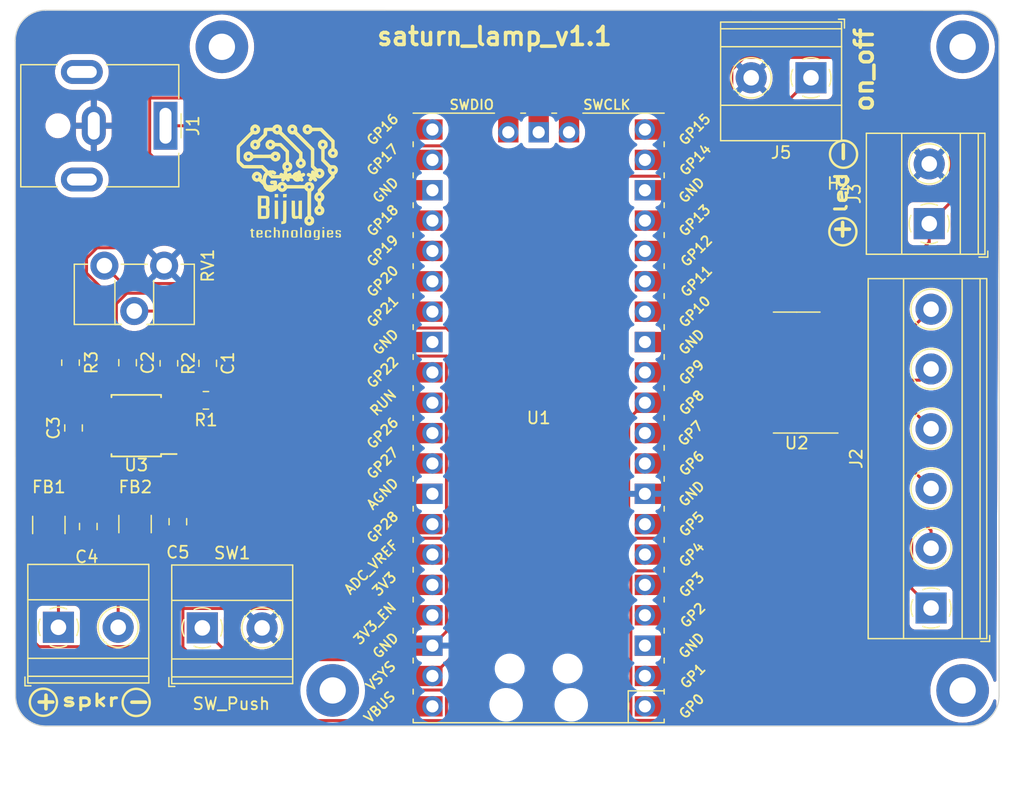
<source format=kicad_pcb>
(kicad_pcb (version 20221018) (generator pcbnew)
  (layers (0 "F.Cu" signal) (31 "B.Cu" signal) (34 "B.Paste" user) (35 "F.Paste" user) (36 "B.SilkS" user "B.Silkscreen") (37 "F.SilkS" user "F.Silkscreen") (38 "B.Mask" user) (39 "F.Mask" user) (44 "Edge.Cuts" user))
  (net 0 "")
  (net 1 "VCC")
  (net 2 "GND")
  (net 3 "GPIO0")
  (net 4 "GPIO1")
  (net 5 "GPIO2")
  (net 6 "3v3_EN")
  (net 7 "Net-(C1-Pad1)")
  (net 8 "Net-(C1-Pad2)")
  (net 9 "3v3")
  (net 17 "Net-(C2-Pad2)")
  (net 18 "Net-(J4-Pin_1)")
  (net 19 "Net-(J2-Pin_1)")
  (net 20 "Net-(J2-Pin_2)")
  (net 21 "Net-(J2-Pin_3)")
  (net 22 "Net-(J2-Pin_4)")
  (net 23 "Net-(J2-Pin_5)")
  (net 24 "Net-(J2-Pin_6)")
  (net 25 "Net-(J4-Pin_2)")
  (net 26 "Net-(U3-IN+)")
  (net 27 "Net-(U3-IN-)")
  (net 28 "Net-(U3-~{SD})")
  (net 29 "GPIO27")
  (net 30 "GPIO8")
  (net 31 "Net-(U3-OUT+)")
  (net 32 "Net-(U3-OUT-)")
  (footprint "MountingHole:MountingHole_2.2mm_M2_Pad" (layer "F.Cu") (at 233.172 135.636)
    (fp_text reference "H2" (at -10.347 -42.408) (layer "F.SilkS"))
    (fp_text value "MountingHole" hide)
    (pad "1" thru_hole circle (at 0 0) (size 4.4 4.4) (drill 2.2) (layers "*.Cu" "*.Mask"))
  )
  (footprint "MountingHole:MountingHole_2.2mm_M2_Pad" (layer "F.Cu") (at 233.172 81.788)
    (fp_text reference "H1" hide)
    (fp_text value "MountingHole")
    (pad "1" thru_hole circle (at 0 0) (size 4.4 4.4) (drill 2.2) (layers "*.Cu" "*.Mask"))
  )
  (footprint "Resistor_SMD:R_1210_3225Metric_Pad1.30x2.65mm_HandSolder" (layer "F.Cu") (at 156.718 121.793 -90)
    (fp_text reference "FB1" (at -3.175 0 -180) (layer "F.SilkS"))
    (fp_text value "FerriteBead")
    (pad "1" smd roundrect (at -1.55 0 270) (size 1.3 2.65) (layers "F.Cu" "F.Paste" "F.Mask") (roundrect_rratio 0.192308) (net 31 "Net-(U3-OUT+)"))
    (pad "2" smd roundrect (at 1.55 0 270) (size 1.3 2.65) (layers "F.Cu" "F.Paste" "F.Mask") (roundrect_rratio 0.192308) (net 18 "Net-(J4-Pin_1)"))
  )
  (footprint "Resistor_SMD:R_1210_3225Metric_Pad1.30x2.65mm_HandSolder" (layer "F.Cu") (at 163.9316 121.7168 -90)
    (fp_text reference "FB2" (at -3.0988 -0.0254 -180) (layer "F.SilkS"))
    (fp_text value "FerriteBead")
    (pad "1" smd roundrect (at -1.55 0 270) (size 1.3 2.65) (layers "F.Cu" "F.Paste" "F.Mask") (roundrect_rratio 0.192308) (net 32 "Net-(U3-OUT-)"))
    (pad "2" smd roundrect (at 1.55 0 270) (size 1.3 2.65) (layers "F.Cu" "F.Paste" "F.Mask") (roundrect_rratio 0.192308) (net 25 "Net-(J4-Pin_2)"))
  )
  (footprint "Capacitor_SMD:C_0805_2012Metric_Pad1.18x1.45mm_HandSolder" (layer "F.Cu") (at 167.513 121.5175 -90)
    (fp_text reference "C5" (at 2.5615 0 -180) (layer "F.SilkS"))
    (fp_text value "220nF")
    (pad "1" smd roundrect (at -1.0375 0 270) (size 1.175 1.45) (layers "F.Cu" "F.Paste" "F.Mask") (roundrect_rratio 0.212766) (net 2 "GND"))
    (pad "2" smd roundrect (at 1.0375 0 270) (size 1.175 1.45) (layers "F.Cu" "F.Paste" "F.Mask") (roundrect_rratio 0.212766) (net 25 "Net-(J4-Pin_2)"))
  )
  (footprint "TerminalBlock_Phoenix:TerminalBlock_Phoenix_MKDS-1,5-2_1x02_P5.00mm_Horizontal" (layer "F.Cu") (at 230.3782 96.5816 90)
    (fp_text reference "J3" (at 2.5 -6.26 90) (layer "F.SilkS"))
    (fp_text value "Conn_01x02")
    (pad "1" thru_hole rect (at 0 0 90) (size 2.6 2.6) (drill 1.3) (layers "*.Cu" "*.Mask") (net 1 "VCC"))
    (pad "2" thru_hole circle (at 5 0 90) (size 2.6 2.6) (drill 1.3) (layers "*.Cu" "*.Mask") (net 2 "GND"))
  )
  (footprint "TerminalBlock_Phoenix:TerminalBlock_Phoenix_MKDS-1,5-6_1x06_P5.00mm_Horizontal" (layer "F.Cu") (at 230.5304 128.7412 90)
    (fp_text reference "J2" (at 12.5 -6.26 90) (layer "F.SilkS"))
    (fp_text value "Conn_01x06")
    (pad "1" thru_hole rect (at 0 0 90) (size 2.6 2.6) (drill 1.3) (layers "*.Cu" "*.Mask") (net 19 "Net-(J2-Pin_1)"))
    (pad "2" thru_hole circle (at 5 0 90) (size 2.6 2.6) (drill 1.3) (layers "*.Cu" "*.Mask") (net 20 "Net-(J2-Pin_2)"))
    (pad "3" thru_hole circle (at 10 0 90) (size 2.6 2.6) (drill 1.3) (layers "*.Cu" "*.Mask") (net 21 "Net-(J2-Pin_3)"))
    (pad "4" thru_hole circle (at 15 0 90) (size 2.6 2.6) (drill 1.3) (layers "*.Cu" "*.Mask") (net 22 "Net-(J2-Pin_4)"))
    (pad "5" thru_hole circle (at 20 0 90) (size 2.6 2.6) (drill 1.3) (layers "*.Cu" "*.Mask") (net 23 "Net-(J2-Pin_5)"))
    (pad "6" thru_hole circle (at 25 0 90) (size 2.6 2.6) (drill 1.3) (layers "*.Cu" "*.Mask") (net 24 "Net-(J2-Pin_6)"))
  )
  (footprint "Resistor_SMD:R_0805_2012Metric_Pad1.20x1.40mm_HandSolder" (layer "F.Cu") (at 158.532 108.215171 90)
    (fp_text reference "R3" (at 0.011171 1.742 90) (layer "F.SilkS"))
    (fp_text value "10k")
    (pad "1" smd roundrect (at -1 0 90) (size 1.2 1.4) (layers "F.Cu" "F.Paste" "F.Mask") (roundrect_rratio 0.208333) (net 9 "3v3"))
    (pad "2" smd roundrect (at 1 0 90) (size 1.2 1.4) (layers "F.Cu" "F.Paste" "F.Mask") (roundrect_rratio 0.208333) (net 28 "Net-(U3-~{SD})"))
  )
  (footprint "Resistor_SMD:R_0805_2012Metric_Pad1.20x1.40mm_HandSolder" (layer "F.Cu") (at 169.8604 111.364771 180)
    (fp_text reference "R1" (at 0 -1.65) (layer "F.SilkS"))
    (fp_text value "100")
    (pad "1" smd roundrect (at -1 0 180) (size 1.2 1.4) (layers "F.Cu" "F.Paste" "F.Mask") (roundrect_rratio 0.208333) (net 26 "Net-(U3-IN+)"))
    (pad "2" smd roundrect (at 1 0 180) (size 1.2 1.4) (layers "F.Cu" "F.Paste" "F.Mask") (roundrect_rratio 0.208333) (net 8 "Net-(C1-Pad2)"))
  )
  (footprint "TerminalBlock_Phoenix:TerminalBlock_Phoenix_MKDS-1,5-2_1x02_P5.00mm_Horizontal" (layer "F.Cu") (at 220.4828 84.3786 180)
    (fp_text reference "J5" (at 2.5 -6.26) (layer "F.SilkS"))
    (fp_text value "Conn_01x02")
    (pad "1" thru_hole rect (at 0 0 180) (size 2.6 2.6) (drill 1.3) (layers "*.Cu" "*.Mask") (net 6 "3v3_EN"))
    (pad "2" thru_hole circle (at 5 0 180) (size 2.6 2.6) (drill 1.3) (layers "*.Cu" "*.Mask") (net 2 "GND"))
  )
  (footprint "Package_SO:SOIC-16_3.9x9.9mm_P1.27mm" (layer "F.Cu") (at 219.2894 109.0422 180)
    (fp_text reference "U2" (at 0 -5.9) (layer "F.SilkS"))
    (fp_text value "74HC595")
    (pad "1" smd roundrect (at -2.475 -4.445 180) (size 1.95 0.6) (layers "F.Cu" "F.Paste" "F.Mask") (net 20 "Net-(J2-Pin_2)"))
    (pad "2" smd roundrect (at -2.475 -3.175 180) (size 1.95 0.6) (layers "F.Cu" "F.Paste" "F.Mask") (net 21 "Net-(J2-Pin_3)"))
    (pad "3" smd roundrect (at -2.475 -1.905 180) (size 1.95 0.6) (layers "F.Cu" "F.Paste" "F.Mask") (net 22 "Net-(J2-Pin_4)"))
    (pad "4" smd roundrect (at -2.475 -0.635 180) (size 1.95 0.6) (layers "F.Cu" "F.Paste" "F.Mask") (net 23 "Net-(J2-Pin_5)"))
    (pad "5" smd roundrect (at -2.475 0.635 180) (size 1.95 0.6) (layers "F.Cu" "F.Paste" "F.Mask") (net 24 "Net-(J2-Pin_6)"))
    (pad "6" smd roundrect (at -2.475 1.905 180) (size 1.95 0.6) (layers "F.Cu" "F.Paste" "F.Mask"))
    (pad "7" smd roundrect (at -2.475 3.175 180) (size 1.95 0.6) (layers "F.Cu" "F.Paste" "F.Mask"))
    (pad "8" smd roundrect (at -2.475 4.445 180) (size 1.95 0.6) (layers "F.Cu" "F.Paste" "F.Mask") (net 2 "GND"))
    (pad "9" smd roundrect (at 2.475 4.445 180) (size 1.95 0.6) (layers "F.Cu" "F.Paste" "F.Mask"))
    (pad "10" smd roundrect (at 2.475 3.175 180) (size 1.95 0.6) (layers "F.Cu" "F.Paste" "F.Mask") (net 1 "VCC"))
    (pad "11" smd roundrect (at 2.475 1.905 180) (size 1.95 0.6) (layers "F.Cu" "F.Paste" "F.Mask") (net 4 "GPIO1"))
    (pad "12" smd roundrect (at 2.475 0.635 180) (size 1.95 0.6) (layers "F.Cu" "F.Paste" "F.Mask") (net 5 "GPIO2"))
    (pad "13" smd roundrect (at 2.475 -0.635 180) (size 1.95 0.6) (layers "F.Cu" "F.Paste" "F.Mask") (net 2 "GND"))
    (pad "14" smd roundrect (at 2.475 -1.905 180) (size 1.95 0.6) (layers "F.Cu" "F.Paste" "F.Mask") (net 3 "GPIO0"))
    (pad "15" smd roundrect (at 2.475 -3.175 180) (size 1.95 0.6) (layers "F.Cu" "F.Paste" "F.Mask") (net 19 "Net-(J2-Pin_1)"))
    (pad "16" smd roundrect (at 2.475 -4.445 180) (size 1.95 0.6) (layers "F.Cu" "F.Paste" "F.Mask") (net 1 "VCC"))
  )
  (footprint "Package_SO:Diodes_PSOP-8" (layer "F.Cu") (at 164.033 113.483971 180)
    (fp_text reference "U3" (at 0 -3.3) (layer "F.SilkS"))
    (fp_text value "PAM8302AAD")
    (pad "1" smd rect (at -2.7 -1.905 180) (size 1.5 0.65) (layers "F.Cu" "F.Paste" "F.Mask") (net 28 "Net-(U3-~{SD})"))
    (pad "2" smd rect (at -2.7 -0.635 180) (size 1.5 0.65) (layers "F.Cu" "F.Paste" "F.Mask"))
    (pad "3" smd rect (at -2.7 0.635 180) (size 1.5 0.65) (layers "F.Cu" "F.Paste" "F.Mask") (net 26 "Net-(U3-IN+)"))
    (pad "4" smd rect (at -2.7 1.905 180) (size 1.5 0.65) (layers "F.Cu" "F.Paste" "F.Mask") (net 27 "Net-(U3-IN-)"))
    (pad "5" smd rect (at 2.7 1.905 180) (size 1.5 0.65) (layers "F.Cu" "F.Paste" "F.Mask") (net 31 "Net-(U3-OUT+)"))
    (pad "6" smd rect (at 2.7 0.635 180) (size 1.5 0.65) (layers "F.Cu" "F.Paste" "F.Mask") (net 9 "3v3"))
    (pad "7" smd rect (at 2.7 -0.635 180) (size 1.5 0.65) (layers "F.Cu" "F.Paste" "F.Mask") (net 2 "GND"))
    (pad "8" smd rect (at 2.7 -1.905 180) (size 1.5 0.65) (layers "F.Cu" "F.Paste" "F.Mask") (net 32 "Net-(U3-OUT-)"))
    (pad "9" smd rect (at -0.675 -0.9 180) (size 1.35 1.8) (layers "F.Cu" "F.Paste" "F.Mask"))
    (pad "9" smd rect (at -0.675 0.9 180) (size 1.35 1.8) (layers "F.Cu" "F.Paste" "F.Mask"))
    (pad "9" smd rect (at 0.675 -0.9 180) (size 1.35 1.8) (layers "F.Cu" "F.Paste" "F.Mask"))
    (pad "9" smd rect (at 0.675 0.9 180) (size 1.35 1.8) (layers "F.Cu" "F.Paste" "F.Mask"))
  )
  (footprint "LOGO" (layer "F.Cu") (at 176.911 93.091)
    (fp_text reference "G***" (at 0 0) (layer "F.SilkS") (effects (font (size 1.5 1.5) (thickness 0.3))))
    (fp_text value "LOGO" hide)
  )
  (footprint "Connector_BarrelJack:BarrelJack_CUI_PJ-063AH_Horizontal" (layer "F.Cu") (at 166.48 88.392 -90)
    (fp_text reference "J1" (at 0 -2.3 90) (layer "F.SilkS"))
    (fp_text value "Barrel_Jack")
    (pad "" np_thru_hole circle (at 0 9 270) (size 1.6 1.6) (drill 1.6) (layers "*.Cu" "*.Mask"))
    (pad "1" thru_hole rect (at 0 0 270) (size 4 2) (drill oval 3 1) (layers "*.Cu" "*.Mask") (net 1 "VCC"))
    (pad "2" thru_hole oval (at 0 6 270) (size 3.3 2) (drill oval 2.3 1) (layers "*.Cu" "*.Mask") (net 2 "GND"))
    (pad "MP" thru_hole oval (at -4.5 7 270) (size 2 3.5) (drill oval 1 2.5) (layers "*.Cu" "*.Mask"))
    (pad "MP" thru_hole oval (at 4.5 7 270) (size 2 3.5) (drill oval 1 2.5) (layers "*.Cu" "*.Mask"))
  )
  (footprint "TerminalBlock_Phoenix:TerminalBlock_Phoenix_MKDS-1,5-2_1x02_P5.00mm_Horizontal" (layer "F.Cu") (at 169.5596 130.4038)
    (fp_text reference "SW1" (at 2.5 -6.26) (layer "F.SilkS"))
    (fp_text value "SW_Push" (at 2.421 6.347) (layer "F.SilkS"))
    (pad "1" thru_hole rect (at 0 0) (size 2.6 2.6) (drill 1.3) (layers "*.Cu" "*.Mask") (net 30 "GPIO8"))
    (pad "2" thru_hole circle (at 5 0) (size 2.6 2.6) (drill 1.3) (layers "*.Cu" "*.Mask") (net 2 "GND"))
  )
  (footprint "Potentiometer_THT:Potentiometer_ACP_CA9-H3,8_Horizontal" (layer "F.Cu") (at 166.366 100.097171 -90)
    (fp_text reference "RV1" (at 0 -3.65 90) (layer "F.SilkS"))
    (fp_text value "10k")
    (pad "1" thru_hole circle (at 0 0 270) (size 2.34 2.34) (drill 1.3) (layers "*.Cu" "*.Mask") (net 2 "GND"))
    (pad "2" thru_hole circle (at 3.8 2.5 270) (size 2.34 2.34) (drill 1.3) (layers "*.Cu" "*.Mask") (net 7 "Net-(C1-Pad1)"))
    (pad "3" thru_hole circle (at 0 5 270) (size 2.34 2.34) (drill 1.3) (layers "*.Cu" "*.Mask") (net 29 "GPIO27"))
  )
  (footprint "Capacitor_SMD:C_0805_2012Metric_Pad1.18x1.45mm_HandSolder" (layer "F.Cu") (at 170.0128 108.265971 -90)
    (fp_text reference "C1" (at 0 -1.68 90) (layer "F.SilkS"))
    (fp_text value "1uF")
    (pad "1" smd roundrect (at -1.0375 0 270) (size 1.175 1.45) (layers "F.Cu" "F.Paste" "F.Mask") (roundrect_rratio 0.212766) (net 7 "Net-(C1-Pad1)"))
    (pad "2" smd roundrect (at 1.0375 0 270) (size 1.175 1.45) (layers "F.Cu" "F.Paste" "F.Mask") (roundrect_rratio 0.212766) (net 8 "Net-(C1-Pad2)"))
  )
  (footprint "MountingHole:MountingHole_2.2mm_M2_Pad" (layer "F.Cu") (at 180.467 135.636)
    (fp_text reference "H4" hide)
    (fp_text value "MountingHole" hide)
    (pad "1" thru_hole circle (at 0 0) (size 4.4 4.4) (drill 2.2) (layers "*.Cu" "*.Mask"))
  )
  (footprint "Capacitor_SMD:C_0805_2012Metric_Pad1.18x1.45mm_HandSolder" (layer "F.Cu") (at 158.786 113.676171 90)
    (fp_text reference "C3" (at 0 -1.68 90) (layer "F.SilkS"))
    (fp_text value "1uF")
    (pad "1" smd roundrect (at -1.0375 0 90) (size 1.175 1.45) (layers "F.Cu" "F.Paste" "F.Mask") (roundrect_rratio 0.212766) (net 2 "GND"))
    (pad "2" smd roundrect (at 1.0375 0 90) (size 1.175 1.45) (layers "F.Cu" "F.Paste" "F.Mask") (roundrect_rratio 0.212766) (net 9 "3v3"))
  )
  (footprint "Capacitor_SMD:C_0805_2012Metric_Pad1.18x1.45mm_HandSolder" (layer "F.Cu") (at 160.02 121.92 90)
    (fp_text reference "C4" (at -2.54 -0.127 180) (layer "F.SilkS"))
    (fp_text value "220nF")
    (pad "1" smd roundrect (at -1.0375 0 90) (size 1.175 1.45) (layers "F.Cu" "F.Paste" "F.Mask") (roundrect_rratio 0.212766) (net 2 "GND"))
    (pad "2" smd roundrect (at 1.0375 0 90) (size 1.175 1.45) (layers "F.Cu" "F.Paste" "F.Mask") (roundrect_rratio 0.212766) (net 18 "Net-(J4-Pin_1)"))
  )
  (footprint "Resistor_SMD:R_0805_2012Metric_Pad1.20x1.40mm_HandSolder" (layer "F.Cu") (at 166.7616 108.265971 90)
    (fp_text reference "R2" (at 0 1.6404 90) (layer "F.SilkS"))
    (fp_text value "100")
    (pad "1" smd roundrect (at -1 0 90) (size 1.2 1.4) (layers "F.Cu" "F.Paste" "F.Mask") (roundrect_rratio 0.208333) (net 27 "Net-(U3-IN-)"))
    (pad "2" smd roundrect (at 1 0 90) (size 1.2 1.4) (layers "F.Cu" "F.Paste" "F.Mask") (roundrect_rratio 0.208333) (net 17 "Net-(C2-Pad2)"))
  )
  (footprint "Capacitor_SMD:C_0805_2012Metric_Pad1.18x1.45mm_HandSolder" (layer "F.Cu") (at 163.3072 108.215171 -90)
    (fp_text reference "C2" (at 0 -1.68 90) (layer "F.SilkS"))
    (fp_text value "1uF")
    (pad "1" smd roundrect (at -1.0375 0 270) (size 1.175 1.45) (layers "F.Cu" "F.Paste" "F.Mask") (roundrect_rratio 0.212766) (net 2 "GND"))
    (pad "2" smd roundrect (at 1.0375 0 270) (size 1.175 1.45) (layers "F.Cu" "F.Paste" "F.Mask") (roundrect_rratio 0.212766) (net 17 "Net-(C2-Pad2)"))
  )
  (footprint "MCU_RaspberryPi_and_Boards:RPi_Pico_SMD_TH" (layer "F.Cu") (at 197.7002 112.8372 180)
    (fp_text reference "U1" (at 0 0) (layer "F.SilkS"))
    (fp_text value "Pico")
    (fp_text user "GP0" (at -12.8 -24.13 45) (layer "F.SilkS") (effects (font (size 0.8 0.8))))
    (fp_text user "GP5" (at -12.8 -8.89 45) (layer "F.SilkS") (effects (font (size 0.8 0.8))))
    (fp_text user "GP15" (at -13.054 24.13 45) (layer "F.SilkS") (effects (font (size 0.8 0.8))))
    (fp_text user "SWCLK" (at -5.7 26.2) (layer "F.SilkS") (effects (font (size 0.8 0.8))))
    (fp_text user "GP13" (at -13.054 16.51 45) (layer "F.SilkS") (effects (font (size 0.8 0.8))))
    (fp_text user "GP4" (at -12.8 -11.43 45) (layer "F.SilkS") (effects (font (size 0.8 0.8))))
    (fp_text user "GP28" (at 13.054 -9.144 45) (layer "F.SilkS") (effects (font (size 0.8 0.8))))
    (fp_text user "GND" (at -12.8 -19.05 45) (layer "F.SilkS") (effects (font (size 0.8 0.8))))
    (fp_text user "GP9" (at -12.8 3.81 45) (layer "F.SilkS") (effects (font (size 0.8 0.8))))
    (fp_text user "3V3" (at 12.9 -13.9 45) (layer "F.SilkS") (effects (font (size 0.8 0.8))))
    (fp_text user "GP12" (at -13.2 13.97 45) (layer "F.SilkS") (effects (font (size 0.8 0.8))))
    (fp_text user "GP16" (at 13.054 24.13 45) (layer "F.SilkS") (effects (font (size 0.8 0.8))))
    (fp_text user "SWDIO" (at 5.6 26.2) (layer "F.SilkS") (effects (font (size 0.8 0.8))))
    (fp_text user "GP21" (at 13.054 8.9 45) (layer "F.SilkS") (effects (font (size 0.8 0.8))))
    (fp_text user "GND" (at 12.8 -19.05 45) (layer "F.SilkS") (effects (font (size 0.8 0.8))))
    (fp_text user "VSYS" (at 13.2 -21.59 45) (layer "F.SilkS") (effects (font (size 0.8 0.8))))
    (fp_text user "GP3" (at -12.8 -13.97 45) (layer "F.SilkS") (effects (font (size 0.8 0.8))))
    (fp_text user "GP2" (at -12.9 -16.51 45) (layer "F.SilkS") (effects (font (size 0.8 0.8))))
    (fp_text user "GP22" (at 13.054 3.81 45) (layer "F.SilkS") (effects (font (size 0.8 0.8))))
    (fp_text user "GP18" (at 13.054 16.51 45) (layer "F.SilkS") (effects (font (size 0.8 0.8))))
    (fp_text user "GND" (at 12.8 6.35 45) (layer "F.SilkS") (effects (font (size 0.8 0.8))))
    (fp_text user "GP8" (at -12.8 1.27 45) (layer "F.SilkS") (effects (font (size 0.8 0.8))))
    (fp_text user "AGND" (at 13.054 -6.35 45) (layer "F.SilkS") (effects (font (size 0.8 0.8))))
    (fp_text user "VBUS" (at 13.3 -24.2 45) (layer "F.SilkS") (effects (font (size 0.8 0.8))))
    (fp_text user "GP11" (at -13.2 11.43 45) (layer "F.SilkS") (effects (font (size 0.8 0.8))))
    (fp_text user "GP6" (at -12.8 -3.81 45) (layer "F.SilkS") (effects (font (size 0.8 0.8))))
    (fp_text user "3V3_EN" (at 13.7 -17.2 45) (layer "F.SilkS") (effects (font (size 0.8 0.8))))
    (fp_text user "GP17" (at 13.054 21.59 45) (layer "F.SilkS") (effects (font (size 0.8 0.8))))
    (fp_text user "GP1" (at -12.9 -21.6 45) (layer "F.SilkS") (effects (font (size 0.8 0.8))))
    (fp_text user "GND" (at -12.8 6.35 45) (layer "F.SilkS") (effects (font (size 0.8 0.8))))
    (fp_text user "GP14" (at -13.1 21.59 45) (layer "F.SilkS") (effects (font (size 0.8 0.8))))
    (fp_text user "GP10" (at -13.054 8.89 45) (layer "F.SilkS") (effects (font (size 0.8 0.8))))
    (fp_text user "GP7" (at -12.7 -1.3 45) (layer "F.SilkS") (effects (font (size 0.8 0.8))))
    (fp_text user "ADC_VREF" (at 14 -12.5 45) (layer "F.SilkS") (effects (font (size 0.8 0.8))))
    (fp_text user "GP20" (at 13.054 11.43 45) (layer "F.SilkS") (effects (font (size 0.8 0.8))))
    (fp_text user "GP19" (at 13.054 13.97 45) (layer "F.SilkS") (effects (font (size 0.8 0.8))))
    (fp_text user "GND" (at 12.8 19.05 45) (layer "F.SilkS") (effects (font (size 0.8 0.8))))
    (fp_text user "GND" (at -12.8 -6.35 45) (layer "F.SilkS") (effects (font (size 0.8 0.8))))
    (fp_text user "RUN" (at 13 1.27 45) (layer "F.SilkS") (effects (font (size 0.8 0.8))))
    (fp_text user "GP27" (at 13.054 -3.8 45) (layer "F.SilkS") (effects (font (size 0.8 0.8))))
    (fp_text user "GP26" (at 13.054 -1.27 45) (layer "F.SilkS") (effects (font (size 0.8 0.8))))
    (fp_text user "GND" (at -12.8 19.05 45) (layer "F.SilkS") (effects (font (size 0.8 0.8))))
    (pad "" np_thru_hole oval (at -2.725 -24 180) (size 1.8 1.8) (drill 1.8) (layers "*.Cu" "*.Mask"))
    (pad "" np_thru_hole oval (at -2.425 -20.97 180) (size 1.5 1.5) (drill 1.5) (layers "*.Cu" "*.Mask"))
    (pad "" np_thru_hole oval (at 2.425 -20.97 180) (size 1.5 1.5) (drill 1.5) (layers "*.Cu" "*.Mask"))
    (pad "" np_thru_hole oval (at 2.725 -24 180) (size 1.8 1.8) (drill 1.8) (layers "*.Cu" "*.Mask"))
    (pad "1" thru_hole oval (at -8.89 -24.13 180) (size 1.7 1.7) (drill 1.02) (layers "*.Cu" "*.Mask") (net 3 "GPIO0"))
    (pad "1" smd rect (at -8.89 -24.13 180) (size 3.5 1.7) (drill (offset -0.9 0)) (layers "F.Cu" "F.Mask") (net 3 "GPIO0"))
    (pad "2" thru_hole oval (at -8.89 -21.59 180) (size 1.7 1.7) (drill 1.02) (layers "*.Cu" "*.Mask") (net 4 "GPIO1"))
    (pad "2" smd rect (at -8.89 -21.59 180) (size 3.5 1.7) (drill (offset -0.9 0)) (layers "F.Cu" "F.Mask") (net 4 "GPIO1"))
    (pad "3" thru_hole rect (at -8.89 -19.05 180) (size 1.7 1.7) (drill 1.02) (layers "*.Cu" "*.Mask"))
    (pad "3" smd rect (at -8.89 -19.05 180) (size 3.5 1.7) (drill (offset -0.9 0)) (layers "F.Cu" "F.Mask"))
    (pad "4" thru_hole oval (at -8.89 -16.51 180) (size 1.7 1.7) (drill 1.02) (layers "*.Cu" "*.Mask") (net 5 "GPIO2"))
    (pad "4" smd rect (at -8.89 -16.51 180) (size 3.5 1.7) (drill (offset -0.9 0)) (layers "F.Cu" "F.Mask") (net 5 "GPIO2"))
    (pad "5" thru_hole oval (at -8.89 -13.97 180) (size 1.7 1.7) (drill 1.02) (layers "*.Cu" "*.Mask"))
    (pad "5" smd rect (at -8.89 -13.97 180) (size 3.5 1.7) (drill (offset -0.9 0)) (layers "F.Cu" "F.Mask"))
    (pad "6" thru_hole oval (at -8.89 -11.43 180) (size 1.7 1.7) (drill 1.02) (layers "*.Cu" "*.Mask"))
    (pad "6" smd rect (at -8.89 -11.43 180) (size 3.5 1.7) (drill (offset -0.9 0)) (layers "F.Cu" "F.Mask"))
    (pad "7" thru_hole oval (at -8.89 -8.89 180) (size 1.7 1.7) (drill 1.02) (layers "*.Cu" "*.Mask"))
    (pad "7" smd rect (at -8.89 -8.89 180) (size 3.5 1.7) (drill (offset -0.9 0)) (layers "F.Cu" "F.Mask"))
    (pad "8" thru_hole rect (at -8.89 -6.35 180) (size 1.7 1.7) (drill 1.02) (layers "*.Cu" "*.Mask") (net 2 "GND"))
    (pad "8" smd rect (at -8.89 -6.35 180) (size 3.5 1.7) (drill (offset -0.9 0)) (layers "F.Cu" "F.Mask") (net 2 "GND"))
    (pad "9" thru_hole oval (at -8.89 -3.81 180) (size 1.7 1.7) (drill 1.02) (layers "*.Cu" "*.Mask"))
    (pad "9" smd rect (at -8.89 -3.81 180) (size 3.5 1.7) (drill (offset -0.9 0)) (layers "F.Cu" "F.Mask"))
    (pad "10" thru_hole oval (at -8.89 -1.27 180) (size 1.7 1.7) (drill 1.02) (layers "*.Cu" "*.Mask"))
    (pad "10" smd rect (at -8.89 -1.27 180) (size 3.5 1.7) (drill (offset -0.9 0)) (layers "F.Cu" "F.Mask"))
    (pad "11" thru_hole oval (at -8.89 1.27 180) (size 1.7 1.7) (drill 1.02) (layers "*.Cu" "*.Mask") (net 30 "GPIO8"))
    (pad "11" smd rect (at -8.89 1.27 180) (size 3.5 1.7) (drill (offset -0.9 0)) (layers "F.Cu" "F.Mask") (net 30 "GPIO8"))
    (pad "12" thru_hole oval (at -8.89 3.81 180) (size 1.7 1.7) (drill 1.02) (layers "*.Cu" "*.Mask"))
    (pad "12" smd rect (at -8.89 3.81 180) (size 3.5 1.7) (drill (offset -0.9 0)) (layers "F.Cu" "F.Mask"))
    (pad "13" thru_hole rect (at -8.89 6.35 180) (size 1.7 1.7) (drill 1.02) (layers "*.Cu" "*.Mask"))
    (pad "13" smd rect (at -8.89 6.35 180) (size 3.5 1.7) (drill (offset -0.9 0)) (layers "F.Cu" "F.Mask"))
    (pad "14" thru_hole oval (at -8.89 8.89 180) (size 1.7 1.7) (drill 1.02) (layers "*.Cu" "*.Mask"))
    (pad "14" smd rect (at -8.89 8.89 180) (size 3.5 1.7) (drill (offset -0.9 0)) (layers "F.Cu" "F.Mask"))
    (pad "15" thru_hole oval (at -8.89 11.43 180) (size 1.7 1.7) (drill 1.02) (layers "*.Cu" "*.Mask"))
    (pad "15" smd rect (at -8.89 11.43 180) (size 3.5 1.7) (drill (offset -0.9 0)) (layers "F.Cu" "F.Mask"))
    (pad "16" thru_hole oval (at -8.89 13.97 180) (size 1.7 1.7) (drill 1.02) (layers "*.Cu" "*.Mask"))
    (pad "16" smd rect (at -8.89 13.97 180) (size 3.5 1.7) (drill (offset -0.9 0)) (layers "F.Cu" "F.Mask"))
    (pad "17" thru_hole oval (at -8.89 16.51 180) (size 1.7 1.7) (drill 1.02) (layers "*.Cu" "*.Mask"))
    (pad "17" smd rect (at -8.89 16.51 180) (size 3.5 1.7) (drill (offset -0.9 0)) (layers "F.Cu" "F.Mask"))
    (pad "18" thru_hole rect (at -8.89 19.05 180) (size 1.7 1.7) (drill 1.02) (layers "*.Cu" "*.Mask"))
    (pad "18" smd rect (at -8.89 19.05 180) (size 3.5 1.7) (drill (offset -0.9 0)) (layers "F.Cu" "F.Mask"))
    (pad "19" thru_hole oval (at -8.89 21.59 180) (size 1.7 1.7) (drill 1.02) (layers "*.Cu" "*.Mask"))
    (pad "19" smd rect (at -8.89 21.59 180) (size 3.5 1.7) (drill (offset -0.9 0)) (layers "F.Cu" "F.Mask"))
    (pad "20" thru_hole oval (at -8.89 24.13 180) (size 1.7 1.7) (drill 1.02) (layers "*.Cu" "*.Mask"))
    (pad "20" smd rect (at -8.89 24.13 180) (size 3.5 1.7) (drill (offset -0.9 0)) (layers "F.Cu" "F.Mask"))
    (pad "21" thru_hole oval (at 8.89 24.13 180) (size 1.7 1.7) (drill 1.02) (layers "*.Cu" "*.Mask"))
    (pad "21" smd rect (at 8.89 24.13 180) (size 3.5 1.7) (drill (offset 0.9 0)) (layers "F.Cu" "F.Mask"))
    (pad "22" thru_hole oval (at 8.89 21.59 180) (size 1.7 1.7) (drill 1.02) (layers "*.Cu" "*.Mask"))
    (pad "22" smd rect (at 8.89 21.59 180) (size 3.5 1.7) (drill (offset 0.9 0)) (layers "F.Cu" "F.Mask"))
    (pad "23" thru_hole rect (at 8.89 19.05 180) (size 1.7 1.7) (drill 1.02) (layers "*.Cu" "*.Mask"))
    (pad "23" smd rect (at 8.89 19.05 180) (size 3.5 1.7) (drill (offset 0.9 0)) (layers "F.Cu" "F.Mask"))
    (pad "24" thru_hole oval (at 8.89 16.51 180) (size 1.7 1.7) (drill 1.02) (layers "*.Cu" "*.Mask"))
    (pad "24" smd rect (at 8.89 16.51 180) (size 3.5 1.7) (drill (offset 0.9 0)) (layers "F.Cu" "F.Mask"))
    (pad "25" thru_hole oval (at 8.89 13.97 180) (size 1.7 1.7) (drill 1.02) (layers "*.Cu" "*.Mask"))
    (pad "25" smd rect (at 8.89 13.97 180) (size 3.5 1.7) (drill (offset 0.9 0)) (layers "F.Cu" "F.Mask"))
    (pad "26" thru_hole oval (at 8.89 11.43 180) (size 1.7 1.7) (drill 1.02) (layers "*.Cu" "*.Mask"))
    (pad "26" smd rect (at 8.89 11.43 180) (size 3.5 1.7) (drill (offset 0.9 0)) (layers "F.Cu" "F.Mask"))
    (pad "27" thru_hole oval (at 8.89 8.89 180) (size 1.7 1.7) (drill 1.02) (layers "*.Cu" "*.Mask"))
    (pad "27" smd rect (at 8.89 8.89 180) (size 3.5 1.7) (drill (offset 0.9 0)) (layers "F.Cu" "F.Mask"))
    (pad "28" thru_hole rect (at 8.89 6.35 180) (size 1.7 1.7) (drill 1.02) (layers "*.Cu" "*.Mask"))
    (pad "28" smd rect (at 8.89 6.35 180) (size 3.5 1.7) (drill (offset 0.9 0)) (layers "F.Cu" "F.Mask"))
    (pad "29" thru_hole oval (at 8.89 3.81 180) (size 1.7 1.7) (drill 1.02) (layers "*.Cu" "*.Mask"))
    (pad "29" smd rect (at 8.89 3.81 180) (size 3.5 1.7) (drill (offset 0.9 0)) (layers "F.Cu" "F.Mask"))
    (pad "30" thru_hole oval (at 8.89 1.27 180) (size 1.7 1.7) (drill 1.02) (layers "*.Cu" "*.Mask"))
    (pad "30" smd rect (at 8.89 1.27 180) (size 3.5 1.7) (drill (offset 0.9 0)) (layers "F.Cu" "F.Mask"))
    (pad "31" thru_hole oval (at 8.89 -1.27 180) (size 1.7 1.7) (drill 1.02) (layers "*.Cu" "*.Mask"))
    (pad "31" smd rect (at 8.89 -1.27 180) (size 3.5 1.7) (drill (offset 0.9 0)) (layers "F.Cu" "F.Mask"))
    (pad "32" thru_hole oval (at 8.89 -3.81 180) (size 1.7 1.7) (drill 1.02) (layers "*.Cu" "*.Mask") (net 29 "GPIO27"))
    (pad "32" smd rect (at 8.89 -3.81 180) (size 3.5 1.7) (drill (offset 0.9 0)) (layers "F.Cu" "F.Mask") (net 29 "GPIO27"))
    (pad "33" thru_hole rect (at 8.89 -6.35 180) (size 1.7 1.7) (drill 1.02) (layers "*.Cu" "*.Mask"))
    (pad "33" smd rect (at 8.89 -6.35 180) (size 3.5 1.7) (drill (offset 0.9 0)) (layers "F.Cu" "F.Mask"))
    (pad "34" thru_hole oval (at 8.89 -8.89 180) (size 1.7 1.7) (drill 1.02) (layers "*.Cu" "*.Mask"))
    (pad "34" smd rect (at 8.89 -8.89 180) (size 3.5 1.7) (drill (offset 0.9 0)) (layers "F.Cu" "F.Mask"))
    (pad "35" thru_hole oval (at 8.89 -11.43 180) (size 1.7 1.7) (drill 1.02) (layers "*.Cu" "*.Mask"))
    (pad "35" smd rect (at 8.89 -11.43 180) (size 3.5 1.7) (drill (offset 0.9 0)) (layers "F.Cu" "F.Mask"))
    (pad "36" thru_hole oval (at 8.89 -13.97 180) (size 1.7 1.7) (drill 1.02) (layers "*.Cu" "*.Mask") (net 9 "3v3"))
    (pad "36" smd rect (at 8.89 -13.97 180) (size 3.5 1.7) (drill (offset 0.9 0)) (layers "F.Cu" "F.Mask") (net 9 "3v3"))
    (pad "37" thru_hole oval (at 8.89 -16.51 180) (size 1.7 1.7) (drill 1.02) (layers "*.Cu" "*.Mask") (net 6 "3v3_EN"))
    (pad "37" smd rect (at 8.89 -16.51 180) (size 3.5 1.7) (drill (offset 0.9 0)) (layers "F.Cu" "F.Mask") (net 6 "3v3_EN"))
    (pad "38" thru_hole rect (at 8.89 -19.05 180) (size 1.7 1.7) (drill 1.02) (layers "*.Cu" "*.Mask") (net 2 "GND"))
    (pad "38" smd rect (at 8.89 -19.05 180) (size 3.5 1.7) (drill (offset 0.9 0)) (layers "F.Cu" "F.Mask") (net 2 "GND"))
    (pad "39" thru_hole oval (at 8.89 -21.59 180) (size 1.7 1.7) (drill 1.02) (layers "*.Cu" "*.Mask") (net 1 "VCC"))
    (pad "39" smd rect (at 8.89 -21.59 180) (size 3.5 1.7) (drill (offset 0.9 0)) (layers "F.Cu" "F.Mask") (net 1 "VCC"))
    (pad "40" thru_hole oval (at 8.89 -24.13 180) (size 1.7 1.7) (drill 1.02) (layers "*.Cu" "*.Mask"))
    (pad "40" smd rect (at 8.89 -24.13 180) (size 3.5 1.7) (drill (offset 0.9 0)) (layers "F.Cu" "F.Mask"))
    (pad "41" thru_hole oval (at -2.54 23.9 180) (size 1.7 1.7) (drill 1.02) (layers "*.Cu" "*.Mask"))
    (pad "41" smd rect (at -2.54 23.9 270) (size 3.5 1.7) (drill (offset -0.9 0)) (layers "F.Cu" "F.Mask"))
    (pad "42" thru_hole rect (at 0 23.9 180) (size 1.7 1.7) (drill 1.02) (layers "*.Cu" "*.Mask"))
    (pad "42" smd rect (at 0 23.9 270) (size 3.5 1.7) (drill (offset -0.9 0)) (layers "F.Cu" "F.Mask"))
    (pad "43" thru_hole oval (at 2.54 23.9 180) (size 1.7 1.7) (drill 1.02) (layers "*.Cu" "*.Mask"))
    (pad "43" smd rect (at 2.54 23.9 270) (size 3.5 1.7) (drill (offset -0.9 0)) (layers "F.Cu" "F.Mask"))
  )
  (footprint "MountingHole:MountingHole_2.2mm_M2_Pad" (layer "F.Cu") (at 171.196 81.788)
    (fp_text reference "H3" hide)
    (fp_text value "MountingHole")
    (pad "1" thru_hole circle (at 0 0) (size 4.4 4.4) (drill 2.2) (layers "*.Cu" "*.Mask"))
  )
  (footprint "TerminalBlock_Phoenix:TerminalBlock_Phoenix_MKDS-1,5-2_1x02_P5.00mm_Horizontal" (layer "F.Cu") (at 157.52 130.353)
    (fp_text reference "J4" hide)
    (fp_text value "Conn_01x02")
    (pad "1" thru_hole rect (at 0 0) (size 2.6 2.6) (drill 1.3) (layers "*.Cu" "*.Mask") (net 18 "Net-(J4-Pin_1)"))
    (pad "2" thru_hole circle (at 5 0) (size 2.6 2.6) (drill 1.3) (layers "*.Cu" "*.Mask") (net 25 "Net-(J4-Pin_2)"))
  )
  (gr_circle (center 223.207 90.772231) (end 223.207 89.636308) (stroke (width 0.2)) (fill none) (layer "F.SilkS"))
  (gr_circle (center 156.264077 136.625) (end 157.4 136.625) (stroke (width 0.2)) (fill none) (layer "F.SilkS"))
  (gr_circle (center 223.151 97.260077) (end 223.151 96.124154) (stroke (width 0.2)) (fill none) (layer "F.SilkS"))
  (gr_circle (center 164.025 136.639077) (end 165.160923 136.639077) (stroke (width 0.2)) (fill none) (layer "F.SilkS"))
  (gr_arc (start 233.68 78.74) (mid 235.476051 79.483949) (end 236.22 81.28) (stroke (width 0.1)) (layer "Edge.Cuts"))
  (gr_line (start 236.22 136.078949) (end 236.22 134.62) (stroke (width 0.1)) (layer "Edge.Cuts"))
  (gr_arc (start 236.22 136.078949) (mid 235.476051 137.875) (end 233.68 138.618949) (stroke (width 0.1)) (layer "Edge.Cuts"))
  (gr_line (start 156.471051 138.618949) (end 233.68 138.618949) (stroke (width 0.1)) (layer "Edge.Cuts"))
  (gr_line (start 236.22 81.28) (end 236.22 134.62) (stroke (width 0.1)) (layer "Edge.Cuts"))
  (gr_line (start 153.931051 136.078949) (end 153.91 81.265) (stroke (width 0.1)) (layer "Edge.Cuts"))
  (gr_arc (start 153.91 81.265) (mid 154.653949 79.468949) (end 156.45 78.725) (stroke (width 0.1)) (layer "Edge.Cuts"))
  (gr_line (start 156.45 78.725) (end 233.68 78.74) (stroke (width 0.1)) (layer "Edge.Cuts"))
  (gr_arc (start 156.471051 138.618949) (mid 154.675 137.875) (end 153.931051 136.078949) (stroke (width 0.1)) (layer "Edge.Cuts"))
  (gr_text "led" (at 223.576 95.874154 90) (layer "F.SilkS") (effects (font (size 0.992 1.5) (thickness 0.248) bold) (justify left bottom)))
  (gr_text "spkr" (at 157.65 137.05) (layer "F.SilkS") (effects (font (size 0.992 1.5) (thickness 0.248) bold) (justify left bottom)))
  (gr_text "+" (at 223.901 98.171 90) (layer "F.SilkS") (effects (font (size 1.5 1.5) (thickness 0.3) bold) (justify left bottom)))
  (gr_text "on_off" (at 225.806 87.376 90) (layer "F.SilkS") (effects (font (size 1.5 1.5) (thickness 0.3) bold) (justify left bottom)))
  (gr_text "saturn_lamp_v1.1" (at 184.023 81.788) (layer "F.SilkS") (effects (font (size 1.5 1.5) (thickness 0.3) bold) (justify left bottom)))
  (gr_text "-" (at 223.957 91.683154 90) (layer "F.SilkS") (effects (font (size 1.5 1.5) (thickness 0.3) bold) (justify left bottom)))
  (gr_text "+" (at 155.353154 137.375) (layer "F.SilkS") (effects (font (size 1.5 1.5) (thickness 0.3) bold) (justify left bottom)))
  (gr_text "-" (at 163.114077 137.389077) (layer "F.SilkS") (effects (font (size 1.5 1.5) (thickness 0.3) bold) (justify left bottom)))
  (segment (start 213.8578 83.705502) (end 214.886302 82.677) (width 0.25) (layer "F.Cu") (net 1))
  (segment (start 211.278804 125.6322) (end 213.36 123.551004) (width 0.25) (layer "F.Cu") (net 1))
  (segment (start 190.5 105.827) (end 190.5 132.7374) (width 0.25) (layer "F.Cu") (net 1))
  (segment (start 203.7148 92.6122) (end 209.547298 92.6122) (width 0.25) (layer "F.Cu") (net 1))
  (segment (start 232.156 94.8038) (end 230.3782 96.5816) (width 0.25) (layer "F.Cu") (net 1))
  (segment (start 230.3782 96.5816) (end 230.3782 98.1316) (width 0.25) (layer "F.Cu") (net 1))
  (segment (start 224.409 82.677) (end 232.156 90.424) (width 0.25) (layer "F.Cu") (net 1))
  (segment (start 190.5 105.827) (end 203.7148 92.6122) (width 0.25) (layer "F.Cu") (net 1))
  (segment (start 220.0348 105.8672) (end 220.6598 106.4922) (width 0.25) (layer "F.Cu") (net 1))
  (segment (start 166.48 88.392) (end 168.915 88.392) (width 0.25) (layer "F.Cu") (net 1))
  (segment (start 223.2676 105.2422) (end 223.2676 106.014908) (width 0.25) (layer "F.Cu") (net 1))
  (segment (start 222.790308 106.4922) (end 220.6598 106.4922) (width 0.25) (layer "F.Cu") (net 1))
  (segment (start 205.4152 125.6322) (end 211.278804 125.6322) (width 0.25) (layer "F.Cu") (net 1))
  (segment (start 205.4152 138.1422) (end 205.4152 125.6322) (width 0.25) (layer "F.Cu") (net 1))
  (segment (start 216.8144 130.893) (end 209.5652 138.1422) (width 0.25) (layer "F.Cu") (net 1))
  (segment (start 168.915 88.392) (end 185.8352 105.3122) (width 0.25) (layer "F.Cu") (net 1))
  (segment (start 216.433492 113.4872) (end 216.8144 113.4872) (width 0.25) (layer "F.Cu") (net 1))
  (segment (start 216.8144 105.8672) (end 220.0348 105.8672) (width 0.25) (layer "F.Cu") (net 1))
  (segment (start 223.2676 106.014908) (end 222.790308 106.4922) (width 0.25) (layer "F.Cu") (net 1))
  (segment (start 213.8578 88.301698) (end 213.8578 83.705502) (width 0.25) (layer "F.Cu") (net 1))
  (segment (start 232.156 90.424) (end 232.156 94.8038) (width 0.25) (layer "F.Cu") (net 1))
  (segment (start 214.1728 105.8672) (end 216.8144 105.8672) (width 0.25) (layer "F.Cu") (net 1))
  (segment (start 185.8352 105.3122) (end 189.9852 105.3122) (width 0.25) (layer "F.Cu") (net 1))
  (segment (start 216.8144 113.4872) (end 216.8144 130.893) (width 0.25) (layer "F.Cu") (net 1))
  (segment (start 213.36 123.551004) (end 213.36 106.68) (width 0.25) (layer "F.Cu") (net 1))
  (segment (start 214.886302 82.677) (end 224.409 82.677) (width 0.25) (layer "F.Cu") (net 1))
  (segment (start 190.5 132.7374) (end 188.8102 134.4272) (width 0.25) (layer "F.Cu") (net 1))
  (segment (start 230.3782 98.1316) (end 223.2676 105.2422) (width 0.25) (layer "F.Cu") (net 1))
  (segment (start 189.9852 105.3122) (end 190.5 105.827) (width 0.25) (layer "F.Cu") (net 1))
  (segment (start 209.547298 92.6122) (end 213.8578 88.301698) (width 0.25) (layer "F.Cu") (net 1))
  (segment (start 213.36 106.68) (end 214.1728 105.8672) (width 0.25) (layer "F.Cu") (net 1))
  (segment (start 209.5652 138.1422) (end 205.4152 138.1422) (width 0.25) (layer "F.Cu") (net 1))
  (segment (start 160.908 114.118971) (end 160.258 114.768971) (width 0.25) (layer "F.Cu") (net 2))
  (segment (start 222.790308 107.7622) (end 219.704399 107.7622) (width 0.25) (layer "F.Cu") (net 2))
  (segment (start 170.622171 102.042171) (end 161.19675 102.042171) (width 0.25) (layer "F.Cu") (net 2))
  (segment (start 185.8352 122.9022) (end 172.72 109.787) (width 0.25) (layer "F.Cu") (net 2))
  (segment (start 172.2354 107.818471) (end 166.8191 102.402171) (width 0.25) (layer "F.Cu") (net 2))
  (segment (start 189.9852 130.7122) (end 189.9852 107.6622) (width 0.25) (layer "F.Cu") (net 2))
  (segment (start 172.72 109.787) (end 172.72 104.14) (width 0.25) (layer "F.Cu") (net 2))
  (segment (start 162.371 106.241471) (end 163.3072 107.177671) (width 0.25) (layer "F.Cu") (net 2))
  (segment (start 172.2354 115.7576) (end 172.2354 107.818471) (width 0.25) (layer "F.Cu") (net 2))
  (segment (start 219.704399 107.7622) (end 217.789399 109.6772) (width 0.25) (layer "F.Cu") (net 2))
  (segment (start 165.155 90.717) (end 165.155 86.067) (width 0.25) (layer "F.Cu") (net 2))
  (segment (start 164.871 98.602171) (end 166.366 100.097171) (width 0.25) (layer "F.Cu") (net 2))
  (segment (start 189.9852 107.6622) (end 182.1002 107.6622) (width 0.25) (layer "F.Cu") (net 2))
  (segment (start 182.1002 107.6622) (end 165.155 90.717) (width 0.25) (layer "F.Cu") (net 2))
  (segment (start 161.19675 102.042171) (end 159.871 100.716421) (width 0.25) (layer "F.Cu") (net 2))
  (segment (start 162.371 103.277921) (end 162.371 106.241471) (width 0.25) (layer "F.Cu") (net 2))
  (segment (start 161.333 114.118971) (end 160.908 114.118971) (width 0.25) (layer "F.Cu") (net 2))
  (segment (start 159.871 99.477921) (end 160.74675 98.602171) (width 0.25) (layer "F.Cu") (net 2))
  (segment (start 160.74675 98.602171) (end 164.871 98.602171) (width 0.25) (layer "F.Cu") (net 2))
  (segment (start 189.9852 130.7122) (end 189.9852 122.9022) (width 0.25) (layer "F.Cu") (net 2))
  (segment (start 232.606 97.946508) (end 222.790308 107.7622) (width 0.25) (layer "F.Cu") (net 2))
  (segment (start 166.8512 121.1418) (end 172.2354 115.7576) (width 0.25) (layer "F.Cu") (net 2))
  (segment (start 165.155 86.067) (end 181.83 86.067) (width 0.25) (layer "F.Cu") (net 2))
  (segment (start 189.9852 122.9022) (end 185.8352 122.9022) (width 0.25) (layer "F.Cu") (net 2))
  (segment (start 185.8352 90.0722) (end 189.9852 90.0722) (width 0.25) (layer "F.Cu") (net 2))
  (segment (start 181.83 86.067) (end 185.8352 90.0722) (width 0.25) (layer "F.Cu") (net 2))
  (segment (start 162.6115 121.1418) (end 166.8512 121.1418) (width 0.25) (layer "F.Cu") (net 2))
  (segment (start 159.871 100.716421) (end 159.871 99.477921) (width 0.25) (layer "F.Cu") (net 2))
  (segment (start 160.258 114.768971) (end 160.258 118.7883) (width 0.25) (layer "F.Cu") (net 2))
  (segment (start 197.8304 82.227) (end 224.595396 82.227) (width 0.25) (layer "F.Cu") (net 2))
  (segment (start 189.9852 90.0722) (end 197.8304 82.227) (width 0.25) (layer "F.Cu") (net 2))
  (segment (start 163.24675 102.402171) (end 162.371 103.277921) (width 0.25) (layer "F.Cu") (net 2))
  (segment (start 172.72 104.14) (end 170.622171 102.042171) (width 0.25) (layer "F.Cu") (net 2))
  (segment (start 217.789399 109.6772) (end 216.8144 109.6772) (width 0.25) (layer "F.Cu") (net 2))
  (segment (start 166.8191 102.402171) (end 163.24675 102.402171) (width 0.25) (layer "F.Cu") (net 2))
  (segment (start 224.595396 82.227) (end 232.606 90.237604) (width 0.25) (layer "F.Cu") (net 2))
  (segment (start 160.258 118.7883) (end 162.6115 121.1418) (width 0.25) (layer "F.Cu") (net 2))
  (segment (start 188.8102 131.8872) (end 189.9852 130.7122) (width 0.25) (layer "F.Cu") (net 2))
  (segment (start 232.606 90.237604) (end 232.606 97.946508) (width 0.25) (layer "F.Cu") (net 2))
  (segment (start 163.3955 107.265971) (end 163.3072 107.177671) (width 0.25) (layer "F.Cu") (net 2))
  (segment (start 206.5902 136.9672) (end 208.2002 136.9672) (width 0.25) (layer "F.Cu") (net 3))
  (segment (start 215.0644 111.679896) (end 215.797096 110.9472) (width 0.25) (layer "F.Cu") (net 3))
  (segment (start 215.0644 130.103) (end 215.0644 111.679896) (width 0.25) (layer "F.Cu") (net 3))
  (segment (start 215.797096 110.9472) (end 216.8144 110.9472) (width 0.25) (layer "F.Cu") (net 3))
  (segment (start 208.2002 136.9672) (end 215.0644 130.103) (width 0.25) (layer "F.Cu") (net 3))
  (segment (start 206.5902 134.4272) (end 208.2002 134.4272) (width 0.25) (layer "F.Cu") (net 4))
  (segment (start 216.433492 107.1372) (end 216.8144 107.1372) (width 0.25) (layer "F.Cu") (net 4))
  (segment (start 214.6144 128.013) (end 214.6144 108.956292) (width 0.25) (layer "F.Cu") (net 4))
  (segment (start 208.2002 134.4272) (end 214.6144 128.013) (width 0.25) (layer "F.Cu") (net 4))
  (segment (start 214.6144 108.956292) (end 216.433492 107.1372) (width 0.25) (layer "F.Cu") (net 4))
  (segment (start 214.1644 123.383) (end 214.1644 108.136292) (width 0.25) (layer "F.Cu") (net 5))
  (segment (start 218.1144 107.7268) (end 217.434 108.4072) (width 0.25) (layer "F.Cu") (net 5))
  (segment (start 218.1144 106.786292) (end 218.1144 107.7268) (width 0.25) (layer "F.Cu") (net 5))
  (segment (start 214.1644 108.136292) (end 215.788492 106.5122) (width 0.25) (layer "F.Cu") (net 5))
  (segment (start 208.2002 129.3472) (end 214.1644 123.383) (width 0.25) (layer "F.Cu") (net 5))
  (segment (start 217.434 108.4072) (end 216.8144 108.4072) (width 0.25) (layer "F.Cu") (net 5))
  (segment (start 206.5902 129.3472) (end 208.2002 129.3472) (width 0.25) (layer "F.Cu") (net 5))
  (segment (start 217.840308 106.5122) (end 218.1144 106.786292) (width 0.25) (layer "F.Cu") (net 5))
  (segment (start 215.788492 106.5122) (end 217.840308 106.5122) (width 0.25) (layer "F.Cu") (net 5))
  (segment (start 220.4828 84.3786) (end 209.5652 95.2962) (width 0.25) (layer "F.Cu") (net 6))
  (segment (start 189.9664 138.161) (end 174.0668 138.161) (width 0.25) (layer "F.Cu") (net 6))
  (segment (start 189.9852 136.238596) (end 189.9852 138.1422) (width 0.25) (layer "F.Cu") (net 6))
  (segment (start 167.9346 132.0288) (end 167.9346 128.7788) (width 0.25) (layer "F.Cu") (net 6))
  (segment (start 188.2418 128.7788) (end 188.8102 129.3472) (width 0.25) (layer "F.Cu") (net 6))
  (segment (start 209.5652 95.2962) (end 209.5652 122.9022) (width 0.25) (layer "F.Cu") (net 6))
  (segment (start 189.9852 138.1422) (end 189.9664 138.161) (width 0.25) (layer "F.Cu") (net 6))
  (segment (start 209.5652 122.9022) (end 203.321596 122.9022) (width 0.25) (layer "F.Cu") (net 6))
  (segment (start 203.321596 122.9022) (end 189.9852 136.238596) (width 0.25) (layer "F.Cu") (net 6))
  (segment (start 174.0668 138.161) (end 167.9346 132.0288) (width 0.25) (layer "F.Cu") (net 6))
  (segment (start 167.9346 128.7788) (end 188.2418 128.7788) (width 0.25) (layer "F.Cu") (net 6))
  (segment (start 166.6815 103.897171) (end 170.0128 107.228471) (width 0.25) (layer "F.Cu") (net 7))
  (segment (start 163.866 103.897171) (end 166.6815 103.897171) (width 0.25) (layer "F.Cu") (net 7))
  (segment (start 170.0128 110.212371) (end 168.8604 111.364771) (width 0.25) (layer "F.Cu") (net 8))
  (segment (start 170.0128 109.303471) (end 170.0128 110.212371) (width 0.25) (layer "F.Cu") (net 8))
  (segment (start 157.736 113.688671) (end 157.736 116.078) (width 0.25) (layer "F.Cu") (net 9))
  (segment (start 157.736 116.078) (end 157.736 116.2663) (width 0.25) (layer "F.Cu") (net 9))
  (segment (start 164.099004 131.978) (end 155.895 131.978) (width 0.25) (layer "F.Cu") (net 9))
  (segment (start 182.0355 121.6425) (end 187.2002 126.8072) (width 0.25) (layer "F.Cu") (net 9))
  (segment (start 174.434504 121.6425) (end 164.099004 131.978) (width 0.25) (layer "F.Cu") (net 9))
  (segment (start 158.532 109.215171) (end 158.532 112.384671) (width 0.25) (layer "F.Cu") (net 9))
  (segment (start 187.2002 126.8072) (end 188.8102 126.8072) (width 0.25) (layer "F.Cu") (net 9))
  (segment (start 155.068 122.6979) (end 155.3979 122.368) (width 0.25) (layer "F.Cu") (net 9))
  (segment (start 157.056604 122.368) (end 158.716 120.708604) (width 0.25) (layer "F.Cu") (net 9))
  (segment (start 155.068 131.151) (end 155.068 122.6979) (width 0.25) (layer "F.Cu") (net 9))
  (segment (start 158.9963 112.848971) (end 158.786 112.638671) (width 0.25) (layer "F.Cu") (net 9))
  (segment (start 182.0355 121.6425) (end 174.434504 121.6425) (width 0.25) (layer "F.Cu") (net 9))
  (segment (start 158.716 117.058) (end 157.736 116.078) (width 0.25) (layer "F.Cu") (net 9))
  (segment (start 158.532 112.384671) (end 158.786 112.638671) (width 0.25) (layer "F.Cu") (net 9))
  (segment (start 158.5757 112.848971) (end 157.736 113.688671) (width 0.25) (layer "F.Cu") (net 9))
  (segment (start 158.716 120.708604) (end 158.716 117.058) (width 0.25) (layer "F.Cu") (net 9))
  (segment (start 161.333 112.848971) (end 158.5757 112.848971) (width 0.25) (layer "F.Cu") (net 9))
  (segment (start 158.786 112.638671) (end 157.736 113.688671) (width 0.25) (layer "F.Cu") (net 9))
  (segment (start 155.895 131.978) (end 155.068 131.151) (width 0.25) (layer "F.Cu") (net 9))
  (segment (start 155.3979 122.368) (end 157.056604 122.368) (width 0.25) (layer "F.Cu") (net 9))
  (segment (start 166.7616 107.265971) (end 165.2939 107.265971) (width 0.25) (layer "F.Cu") (net 17))
  (segment (start 165.2939 107.265971) (end 163.3072 109.252671) (width 0.25) (layer "F.Cu") (net 17))
  (segment (start 156.718 123.343) (end 157.52 124.145) (width 0.25) (layer "F.Cu") (net 18))
  (segment (start 159.766 120.8825) (end 159.1785 120.8825) (width 0.25) (layer "F.Cu") (net 18))
  (segment (start 159.1785 120.8825) (end 156.718 123.343) (width 0.25) (layer "F.Cu") (net 18))
  (segment (start 157.52 124.145) (end 157.52 130.353) (width 0.25) (layer "F.Cu") (net 18))
  (segment (start 230.5304 128.7412) (end 228.9054 127.1162) (width 0.25) (layer "F.Cu") (net 19))
  (segment (start 218.069 112.2172) (end 216.8144 112.2172) (width 0.25) (layer "F.Cu") (net 19))
  (segment (start 228.9054 127.1162) (end 228.9054 123.0536) (width 0.25) (layer "F.Cu") (net 19))
  (segment (start 228.9054 123.0536) (end 218.069 112.2172) (width 0.25) (layer "F.Cu") (net 19))
  (segment (start 230.5304 122.2532) (end 230.5304 123.7412) (width 0.25) (layer "F.Cu") (net 20))
  (segment (start 221.7644 113.4872) (end 230.5304 122.2532) (width 0.25) (layer "F.Cu") (net 20))
  (segment (start 230.5304 118.7412) (end 224.0064 112.2172) (width 0.25) (layer "F.Cu") (net 21))
  (segment (start 224.0064 112.2172) (end 221.7644 112.2172) (width 0.25) (layer "F.Cu") (net 21))
  (segment (start 227.7364 110.9472) (end 221.7644 110.9472) (width 0.25) (layer "F.Cu") (net 22))
  (segment (start 230.5304 113.7412) (end 227.7364 110.9472) (width 0.25) (layer "F.Cu") (net 22))
  (segment (start 230.5304 108.7412) (end 229.5944 109.6772) (width 0.25) (layer "F.Cu") (net 23))
  (segment (start 229.5944 109.6772) (end 221.7644 109.6772) (width 0.25) (layer "F.Cu") (net 23))
  (segment (start 230.5304 103.7412) (end 225.8644 108.4072) (width 0.25) (layer "F.Cu") (net 24))
  (segment (start 225.8644 108.4072) (end 221.7644 108.4072) (width 0.25) (layer "F.Cu") (net 24))
  (segment (start 162.52 124.6784) (end 162.52 130.353) (width 0.25) (layer "F.Cu") (net 25))
  (segment (start 166.878 122.555) (end 164.6434 122.555) (width 0.25) (layer "F.Cu") (net 25))
  (segment (start 163.9316 123.2668) (end 162.52 124.6784) (width 0.25) (layer "F.Cu") (net 25))
  (segment (start 164.6434 122.555) (end 163.9316 123.2668) (width 0.25) (layer "F.Cu") (net 25))
  (segment (start 170.8604 111.364771) (end 169.3762 112.848971) (width 0.25) (layer "F.Cu") (net 26))
  (segment (start 169.3762 112.848971) (end 166.733 112.848971) (width 0.25) (layer "F.Cu") (net 26))
  (segment (start 166.7616 109.265971) (end 166.7616 111.550371) (width 0.25) (layer "F.Cu") (net 27))
  (segment (start 166.7616 111.550371) (end 166.733 111.578971) (width 0.25) (layer "F.Cu") (net 27))
  (segment (start 161.783 110.092604) (end 161.783 110.094) (width 0.25) (layer "F.Cu") (net 28))
  (segment (start 171.7854 109.443471) (end 170.5329 108.190971) (width 0.25) (layer "F.Cu") (net 28))
  (segment (start 158.904171 107.215171) (end 159.529171 107.840171) (width 0.25) (layer "F.Cu") (net 28))
  (segment (start 171.7854 109.443471) (end 171.7854 112.059871) (width 0.25) (layer "F.Cu") (net 28))
  (segment (start 170.6829 108.340971) (end 171.7854 109.443471) (width 0.25) (layer "F.Cu") (net 28))
  (segment (start 168.4563 115.388971) (end 166.733 115.388971) (width 0.25) (layer "F.Cu") (net 28))
  (segment (start 159.529171 107.840171) (end 159.530567 107.840171) (width 0.25) (layer "F.Cu") (net 28))
  (segment (start 166.0665 108.340971) (end 170.6829 108.340971) (width 0.25) (layer "F.Cu") (net 28))
  (segment (start 159.530567 107.840171) (end 161.783 110.092604) (width 0.25) (layer "F.Cu") (net 28))
  (segment (start 161.783 110.094) (end 161.879971 110.190971) (width 0.25) (layer "F.Cu") (net 28))
  (segment (start 161.879971 110.190971) (end 164.2165 110.190971) (width 0.25) (layer "F.Cu") (net 28))
  (segment (start 164.2165 110.190971) (end 166.0665 108.340971) (width 0.25) (layer "F.Cu") (net 28))
  (segment (start 158.532 107.215171) (end 158.904171 107.215171) (width 0.25) (layer "F.Cu") (net 28))
  (segment (start 171.7854 112.059871) (end 168.4563 115.388971) (width 0.25) (layer "F.Cu") (net 28))
  (segment (start 172.145171 101.592171) (end 187.2002 116.6472) (width 0.25) (layer "F.Cu") (net 29))
  (segment (start 162.861 101.592171) (end 172.145171 101.592171) (width 0.25) (layer "F.Cu") (net 29))
  (segment (start 186.264971 116.6472) (end 188.8102 116.6472) (width 0.25) (layer "F.Cu") (net 29))
  (segment (start 187.2002 116.6472) (end 188.8102 116.6472) (width 0.25) (layer "F.Cu") (net 29))
  (segment (start 161.366 100.097171) (end 162.861 101.592171) (width 0.25) (layer "F.Cu") (net 29))
  (segment (start 185.8352 135.6022) (end 189.9852 135.6022) (width 0.25) (layer "F.Cu") (net 30))
  (segment (start 189.9852 135.6022) (end 205.232 120.3554) (width 0.25) (layer "F.Cu") (net 30))
  (segment (start 183.2952 133.0622) (end 185.8352 135.6022) (width 0.25) (layer "F.Cu") (net 30))
  (segment (start 172.218 133.0622) (end 183.2952 133.0622) (width 0.25) (layer "F.Cu") (net 30))
  (segment (start 169.5596 130.4038) (end 172.218 133.0622) (width 0.25) (layer "F.Cu") (net 30))
  (segment (start 205.232 112.9254) (end 206.5902 111.5672) (width 0.25) (layer "F.Cu") (net 30))
  (segment (start 205.232 120.3554) (end 205.232 112.9254) (width 0.25) (layer "F.Cu") (net 30))
  (segment (start 159.344171 108.290171) (end 161.333 110.279) (width 0.25) (layer "F.Cu") (net 31))
  (segment (start 156.718 120.243) (end 156.718 109.409071) (width 0.25) (layer "F.Cu") (net 31))
  (segment (start 161.333 110.279) (end 161.333 111.578971) (width 0.25) (layer "F.Cu") (net 31))
  (segment (start 157.8369 108.290171) (end 159.344171 108.290171) (width 0.25) (layer "F.Cu") (net 31))
  (segment (start 156.718 109.409071) (end 157.8369 108.290171) (width 0.25) (layer "F.Cu") (net 31))
  (segment (start 161.333 117.5682) (end 163.9316 120.1668) (width 0.25) (layer "F.Cu") (net 32))
  (segment (start 161.333 115.388971) (end 161.333 117.5682) (width 0.25) (layer "F.Cu") (net 32))
  (zone (net 2) (net_name "GND") (layers "F&B.Cu") (connect_pads (clearance 0.5)) (min_thickness 0.25) (fill yes (thermal_gap 0.5) (thermal_bridge_width 0.5))
    (polygon (pts (xy 153.85 138.65) (xy 153.85 78.525) (xy 236.225 78.75) (xy 235.975 138.65)))
  )
)
</source>
